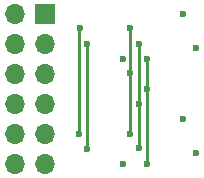
<source format=gbl>
G04 #@! TF.GenerationSoftware,KiCad,Pcbnew,6.0.1*
G04 #@! TF.CreationDate,2022-02-12T22:05:26-08:00*
G04 #@! TF.ProjectId,PMOD-PSRAM,504d4f44-2d50-4535-9241-4d2e6b696361,rev?*
G04 #@! TF.SameCoordinates,Original*
G04 #@! TF.FileFunction,Copper,L4,Bot*
G04 #@! TF.FilePolarity,Positive*
%FSLAX46Y46*%
G04 Gerber Fmt 4.6, Leading zero omitted, Abs format (unit mm)*
G04 Created by KiCad (PCBNEW 6.0.1) date 2022-02-12 22:05:26*
%MOMM*%
%LPD*%
G01*
G04 APERTURE LIST*
G04 #@! TA.AperFunction,ComponentPad*
%ADD10R,1.700000X1.700000*%
G04 #@! TD*
G04 #@! TA.AperFunction,ComponentPad*
%ADD11O,1.700000X1.700000*%
G04 #@! TD*
G04 #@! TA.AperFunction,ViaPad*
%ADD12C,0.600000*%
G04 #@! TD*
G04 #@! TA.AperFunction,Conductor*
%ADD13C,0.250000*%
G04 #@! TD*
G04 APERTURE END LIST*
D10*
X144050000Y-92050000D03*
D11*
X141510000Y-92050000D03*
X144050000Y-94590000D03*
X141510000Y-94590000D03*
X144050000Y-97130000D03*
X141510000Y-97130000D03*
X144050000Y-99670000D03*
X141510000Y-99670000D03*
X144050000Y-102210000D03*
X141510000Y-102210000D03*
X144050000Y-104750000D03*
X141510000Y-104750000D03*
D12*
X155730000Y-100945000D03*
X155730000Y-92045000D03*
X156825000Y-94950000D03*
X156825000Y-103860000D03*
X150675000Y-104750000D03*
X150673500Y-95850000D03*
X147025000Y-93300000D03*
X146975000Y-102200000D03*
X152675000Y-104760000D03*
X152675000Y-98400000D03*
X152675000Y-95850000D03*
X147625000Y-94600000D03*
X147625000Y-103500000D03*
X151975000Y-99700000D03*
X151975000Y-103450000D03*
X151975000Y-94600000D03*
X151225000Y-97100000D03*
X151225000Y-102210000D03*
X151225000Y-93300000D03*
D13*
X146975000Y-93350000D02*
X147025000Y-93300000D01*
X146975000Y-102200000D02*
X146975000Y-93350000D01*
X152675000Y-98400000D02*
X152675000Y-104760000D01*
X152675000Y-98300000D02*
X152675000Y-98400000D01*
X152675000Y-95850000D02*
X152675000Y-98300000D01*
X147625000Y-103500000D02*
X147625000Y-94600000D01*
X151975000Y-99700000D02*
X151975000Y-94600000D01*
X151975000Y-103460000D02*
X151975000Y-99700000D01*
X151225000Y-97100000D02*
X151225000Y-102210000D01*
X151225000Y-93300000D02*
X151225000Y-97100000D01*
M02*

</source>
